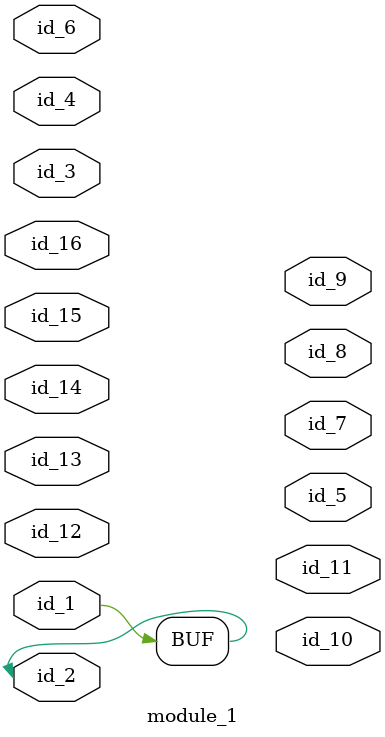
<source format=v>
module module_0;
  wire id_1 = id_1;
endmodule
module module_1 (
    id_1,
    id_2,
    id_3,
    id_4,
    id_5,
    id_6,
    id_7,
    id_8,
    id_9,
    id_10,
    id_11,
    id_12,
    id_13,
    id_14,
    id_15,
    id_16
);
  inout wire id_16;
  inout wire id_15;
  inout wire id_14;
  input wire id_13;
  inout wire id_12;
  output wire id_11;
  output wire id_10;
  output wire id_9;
  output wire id_8;
  output wire id_7;
  input wire id_6;
  output wire id_5;
  inout wire id_4;
  inout wire id_3;
  inout wire id_2;
  input wire id_1;
  assign id_2 = id_1;
  module_0 modCall_1 ();
endmodule

</source>
